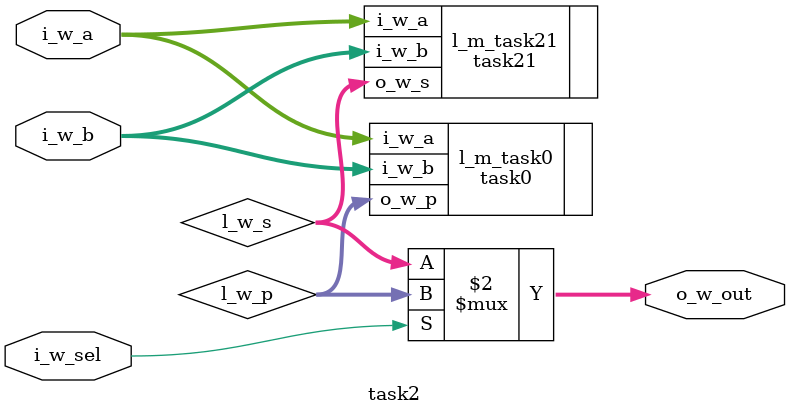
<source format=v>
module task2 #(
    parameter p_width = 1
) (
    output wire [(2*p_width):0] o_w_out,
    input wire [p_width:0] i_w_a,
    input wire [p_width:0] i_w_b,
    input wire i_w_sel
);

    wire [(p_width+1):0] l_w_s;
    wire [(2*p_width):0] l_w_p;

    task21 #( .p_width(p_width) ) l_m_task21 (
        .o_w_s(l_w_s),
        .i_w_a(i_w_a),
        .i_w_b(i_w_b)
    );

    task0 #(.p_width(p_width)) l_m_task0(
        .o_w_p(l_w_p),
        .i_w_a(i_w_a),
        .i_w_b(i_w_b)
    );

    assign o_w_out = (i_w_sel == 1'b0) ? l_w_s : l_w_p;

endmodule
</source>
